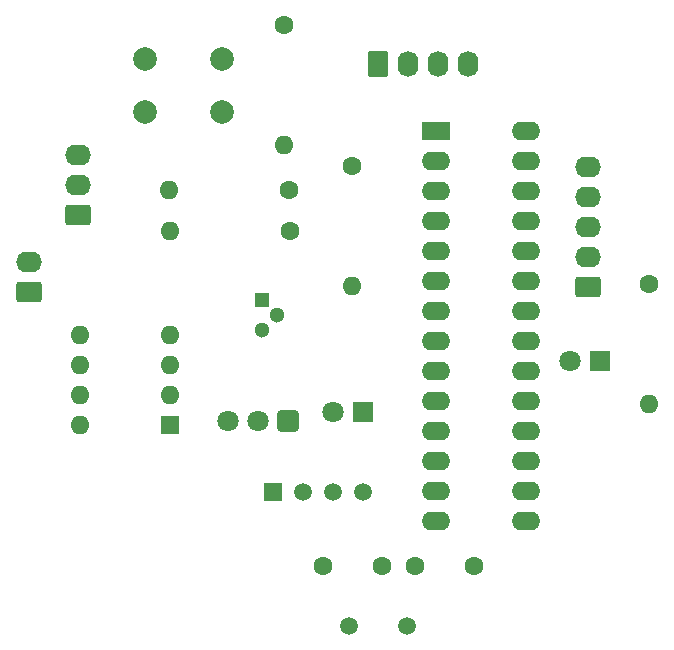
<source format=gbr>
%TF.GenerationSoftware,KiCad,Pcbnew,(6.0.7-1)-1*%
%TF.CreationDate,2022-10-28T21:41:32+05:30*%
%TF.ProjectId,Ac Temp Control V2,41632054-656d-4702-9043-6f6e74726f6c,rev?*%
%TF.SameCoordinates,Original*%
%TF.FileFunction,Soldermask,Top*%
%TF.FilePolarity,Negative*%
%FSLAX46Y46*%
G04 Gerber Fmt 4.6, Leading zero omitted, Abs format (unit mm)*
G04 Created by KiCad (PCBNEW (6.0.7-1)-1) date 2022-10-28 21:41:32*
%MOMM*%
%LPD*%
G01*
G04 APERTURE LIST*
G04 Aperture macros list*
%AMRoundRect*
0 Rectangle with rounded corners*
0 $1 Rounding radius*
0 $2 $3 $4 $5 $6 $7 $8 $9 X,Y pos of 4 corners*
0 Add a 4 corners polygon primitive as box body*
4,1,4,$2,$3,$4,$5,$6,$7,$8,$9,$2,$3,0*
0 Add four circle primitives for the rounded corners*
1,1,$1+$1,$2,$3*
1,1,$1+$1,$4,$5*
1,1,$1+$1,$6,$7*
1,1,$1+$1,$8,$9*
0 Add four rect primitives between the rounded corners*
20,1,$1+$1,$2,$3,$4,$5,0*
20,1,$1+$1,$4,$5,$6,$7,0*
20,1,$1+$1,$6,$7,$8,$9,0*
20,1,$1+$1,$8,$9,$2,$3,0*%
G04 Aperture macros list end*
%ADD10O,2.400000X1.600000*%
%ADD11R,2.400000X1.600000*%
%ADD12C,1.500000*%
%ADD13C,1.600000*%
%ADD14O,1.600000X1.600000*%
%ADD15RoundRect,0.250000X0.845000X-0.620000X0.845000X0.620000X-0.845000X0.620000X-0.845000X-0.620000X0*%
%ADD16O,2.190000X1.740000*%
%ADD17C,2.000000*%
%ADD18R,1.600000X1.600000*%
%ADD19RoundRect,0.250000X-0.620000X-0.845000X0.620000X-0.845000X0.620000X0.845000X-0.620000X0.845000X0*%
%ADD20O,1.740000X2.190000*%
%ADD21R,1.800000X1.800000*%
%ADD22C,1.800000*%
%ADD23RoundRect,0.250200X0.649800X0.649800X-0.649800X0.649800X-0.649800X-0.649800X0.649800X-0.649800X0*%
%ADD24R,1.300000X1.300000*%
%ADD25C,1.300000*%
%ADD26R,1.500000X1.500000*%
G04 APERTURE END LIST*
D10*
%TO.C,U1*%
X161401802Y-87906802D03*
X161401802Y-90446802D03*
X161401802Y-92986802D03*
X161401802Y-95526802D03*
X161401802Y-98066802D03*
X161401802Y-100606802D03*
X161401802Y-103146802D03*
X161401802Y-105686802D03*
X161401802Y-108226802D03*
X161401802Y-110766802D03*
X161401802Y-113306802D03*
X161401802Y-115846802D03*
X161401802Y-118386802D03*
X161401802Y-120926802D03*
X153781802Y-120926802D03*
X153781802Y-118386802D03*
X153781802Y-115846802D03*
X153781802Y-113306802D03*
X153781802Y-110766802D03*
X153781802Y-108226802D03*
X153781802Y-105686802D03*
X153781802Y-103146802D03*
X153781802Y-100606802D03*
X153781802Y-98066802D03*
X153781802Y-95526802D03*
X153781802Y-92986802D03*
X153781802Y-90446802D03*
D11*
X153781802Y-87906802D03*
%TD*%
D12*
%TO.C,Y1*%
X146381802Y-129781802D03*
X151281802Y-129781802D03*
%TD*%
D13*
%TO.C,R3*%
X140881802Y-78901802D03*
D14*
X140881802Y-89061802D03*
%TD*%
D15*
%TO.C,VR1*%
X123401802Y-94971802D03*
D16*
X123401802Y-92431802D03*
X123401802Y-89891802D03*
%TD*%
D17*
%TO.C,SW1*%
X129081802Y-81781802D03*
X135581802Y-81781802D03*
X129081802Y-86281802D03*
X135581802Y-86281802D03*
%TD*%
D13*
%TO.C,R1*%
X146631802Y-90901802D03*
D14*
X146631802Y-101061802D03*
%TD*%
D18*
%TO.C,U4*%
X131231802Y-112781802D03*
D14*
X131231802Y-110241802D03*
X131231802Y-107701802D03*
X131231802Y-105161802D03*
X123611802Y-105161802D03*
X123611802Y-107701802D03*
X123611802Y-110241802D03*
X123611802Y-112781802D03*
%TD*%
D15*
%TO.C,J1*%
X119281802Y-101531802D03*
D16*
X119281802Y-98991802D03*
%TD*%
D19*
%TO.C,DISPLAY1*%
X148871802Y-82201802D03*
D20*
X151411802Y-82201802D03*
X153951802Y-82201802D03*
X156491802Y-82201802D03*
%TD*%
D13*
%TO.C,C1*%
X144131802Y-124731802D03*
X149131802Y-124731802D03*
%TD*%
D21*
%TO.C,D1*%
X167631802Y-107381802D03*
D22*
X165091802Y-107381802D03*
%TD*%
D13*
%TO.C,C2*%
X156931802Y-124731802D03*
X151931802Y-124731802D03*
%TD*%
D15*
%TO.C,J2*%
X166651802Y-101111802D03*
D16*
X166651802Y-98571802D03*
X166651802Y-96031802D03*
X166651802Y-93491802D03*
X166651802Y-90951802D03*
%TD*%
D13*
%TO.C,R5*%
X141381802Y-96331802D03*
D14*
X131221802Y-96331802D03*
%TD*%
D21*
%TO.C,D2*%
X147531802Y-111731802D03*
D22*
X144991802Y-111731802D03*
%TD*%
D13*
%TO.C,R2*%
X171781802Y-100881802D03*
D14*
X171781802Y-111041802D03*
%TD*%
D23*
%TO.C,U3*%
X141181802Y-112481802D03*
D22*
X138641802Y-112481802D03*
X136101802Y-112481802D03*
%TD*%
D24*
%TO.C,Q1*%
X139050000Y-102250000D03*
D25*
X140320000Y-103520000D03*
X139050000Y-104790000D03*
%TD*%
D13*
%TO.C,R4*%
X141281802Y-92931802D03*
D14*
X131121802Y-92931802D03*
%TD*%
D26*
%TO.C,U2*%
X139969302Y-118484302D03*
D12*
X142509302Y-118484302D03*
X145049302Y-118484302D03*
X147589302Y-118484302D03*
%TD*%
M02*

</source>
